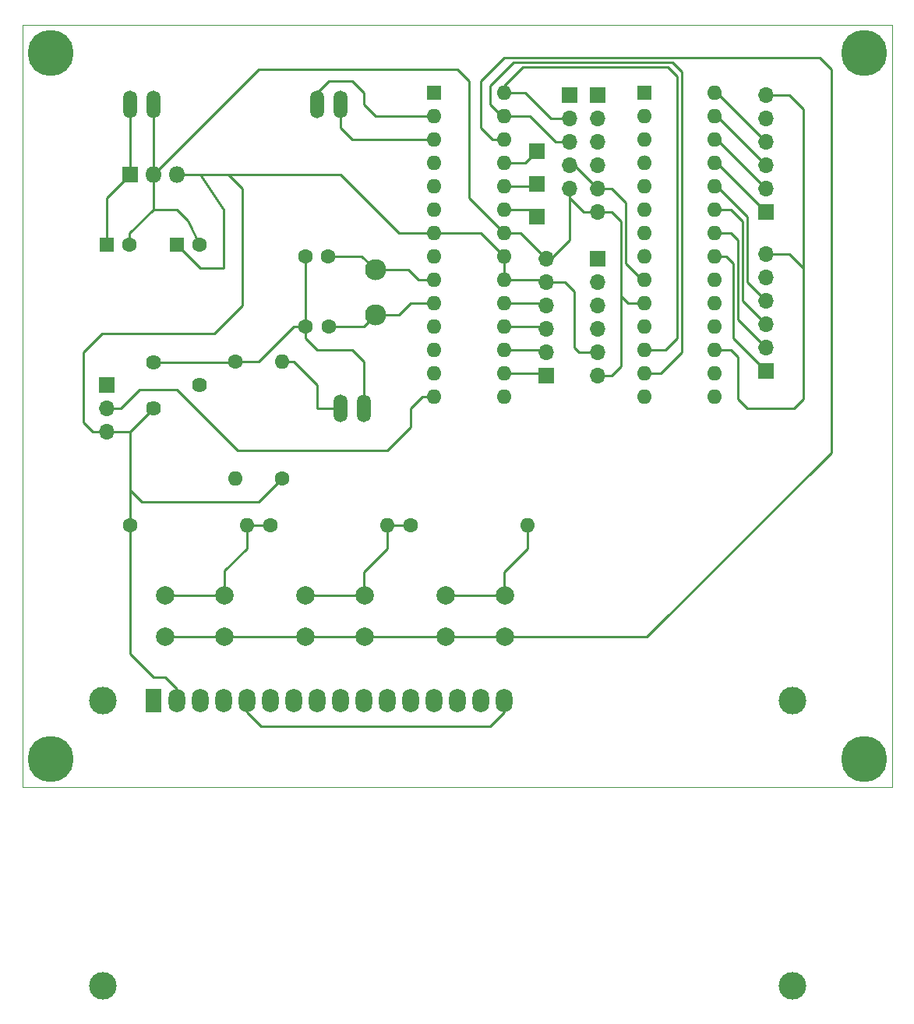
<source format=gbr>
%TF.GenerationSoftware,KiCad,Pcbnew,4.0.7*%
%TF.CreationDate,2018-06-04T18:26:45+03:00*%
%TF.ProjectId,circuit,636972637569742E6B696361645F7063,6*%
%TF.FileFunction,Copper,L2,Bot,Signal*%
%FSLAX46Y46*%
G04 Gerber Fmt 4.6, Leading zero omitted, Abs format (unit mm)*
G04 Created by KiCad (PCBNEW 4.0.7) date 06/04/18 18:26:45*
%MOMM*%
%LPD*%
G01*
G04 APERTURE LIST*
%ADD10C,0.100000*%
%ADD11R,1.600000X1.600000*%
%ADD12O,1.600000X1.600000*%
%ADD13R,1.700000X1.700000*%
%ADD14O,1.700000X1.700000*%
%ADD15C,1.600000*%
%ADD16R,1.800000X2.600000*%
%ADD17O,1.800000X2.600000*%
%ADD18C,3.000000*%
%ADD19O,1.510000X3.010000*%
%ADD20C,2.000000*%
%ADD21R,1.800000X1.800000*%
%ADD22O,1.800000X1.800000*%
%ADD23C,2.300000*%
%ADD24C,1.620000*%
%ADD25C,5.000000*%
%ADD26C,0.250000*%
G04 APERTURE END LIST*
D10*
X16256000Y-97028000D02*
X110744000Y-97028000D01*
X110744000Y-14224000D02*
X16256000Y-14224000D01*
X110744000Y-97028000D02*
X110744000Y-14224000D01*
X16256000Y-97028000D02*
X16256000Y-14224000D01*
D11*
X60960000Y-21590000D03*
D12*
X68580000Y-54610000D03*
X60960000Y-24130000D03*
X68580000Y-52070000D03*
X60960000Y-26670000D03*
X68580000Y-49530000D03*
X60960000Y-29210000D03*
X68580000Y-46990000D03*
X60960000Y-31750000D03*
X68580000Y-44450000D03*
X60960000Y-34290000D03*
X68580000Y-41910000D03*
X60960000Y-36830000D03*
X68580000Y-39370000D03*
X60960000Y-39370000D03*
X68580000Y-36830000D03*
X60960000Y-41910000D03*
X68580000Y-34290000D03*
X60960000Y-44450000D03*
X68580000Y-31750000D03*
X60960000Y-46990000D03*
X68580000Y-29210000D03*
X60960000Y-49530000D03*
X68580000Y-26670000D03*
X60960000Y-52070000D03*
X68580000Y-24130000D03*
X60960000Y-54610000D03*
X68580000Y-21590000D03*
D13*
X73152000Y-52324000D03*
D14*
X73152000Y-49784000D03*
X73152000Y-47244000D03*
X73152000Y-44704000D03*
X73152000Y-42164000D03*
X73152000Y-39624000D03*
D11*
X83820000Y-21590000D03*
D12*
X91440000Y-54610000D03*
X83820000Y-24130000D03*
X91440000Y-52070000D03*
X83820000Y-26670000D03*
X91440000Y-49530000D03*
X83820000Y-29210000D03*
X91440000Y-46990000D03*
X83820000Y-31750000D03*
X91440000Y-44450000D03*
X83820000Y-34290000D03*
X91440000Y-41910000D03*
X83820000Y-36830000D03*
X91440000Y-39370000D03*
X83820000Y-39370000D03*
X91440000Y-36830000D03*
X83820000Y-41910000D03*
X91440000Y-34290000D03*
X83820000Y-44450000D03*
X91440000Y-31750000D03*
X83820000Y-46990000D03*
X91440000Y-29210000D03*
X83820000Y-49530000D03*
X91440000Y-26670000D03*
X83820000Y-52070000D03*
X91440000Y-24130000D03*
X83820000Y-54610000D03*
X91440000Y-21590000D03*
D11*
X25400000Y-38100000D03*
D15*
X27900000Y-38100000D03*
D11*
X33020000Y-38100000D03*
D15*
X35520000Y-38100000D03*
X46990000Y-39370000D03*
X49490000Y-39370000D03*
X49530000Y-46990000D03*
X47030000Y-46990000D03*
D16*
X30480000Y-87630000D03*
D17*
X33020000Y-87630000D03*
X35560000Y-87630000D03*
X38100000Y-87630000D03*
X40640000Y-87630000D03*
X43180000Y-87630000D03*
X45720000Y-87630000D03*
X48260000Y-87630000D03*
X50800000Y-87630000D03*
X53340000Y-87630000D03*
X55880000Y-87630000D03*
X58420000Y-87630000D03*
X60960000Y-87630000D03*
X63500000Y-87630000D03*
X66040000Y-87630000D03*
X68580000Y-87630000D03*
D18*
X24980900Y-87630000D03*
X24980900Y-118630700D03*
X99979480Y-118630700D03*
X99980000Y-87630000D03*
D19*
X27940000Y-22860000D03*
X30480000Y-22860000D03*
X48260000Y-22860000D03*
X50800000Y-22860000D03*
X50800000Y-55880000D03*
X53340000Y-55880000D03*
D15*
X44450000Y-63500000D03*
D12*
X44450000Y-50800000D03*
D15*
X39370000Y-50800000D03*
D12*
X39370000Y-63500000D03*
D15*
X27940000Y-68580000D03*
D12*
X40640000Y-68580000D03*
D15*
X43180000Y-68580000D03*
D12*
X55880000Y-68580000D03*
D15*
X58420000Y-68580000D03*
D12*
X71120000Y-68580000D03*
D20*
X31750000Y-80700000D03*
X31750000Y-76200000D03*
X38250000Y-80700000D03*
X38250000Y-76200000D03*
X46990000Y-80700000D03*
X46990000Y-76200000D03*
X53490000Y-80700000D03*
X53490000Y-76200000D03*
X62230000Y-80700000D03*
X62230000Y-76200000D03*
X68730000Y-80700000D03*
X68730000Y-76200000D03*
D21*
X27940000Y-30480000D03*
D22*
X30480000Y-30480000D03*
X33020000Y-30480000D03*
D23*
X54610000Y-45720000D03*
X54610000Y-40820000D03*
D24*
X30480000Y-50880000D03*
X35480000Y-53380000D03*
X30480000Y-55880000D03*
D25*
X19304000Y-17272000D03*
X107696000Y-17272000D03*
X19304000Y-93980000D03*
X107696000Y-93980000D03*
D13*
X75692000Y-21844000D03*
D14*
X75692000Y-24384000D03*
X75692000Y-26924000D03*
X75692000Y-29464000D03*
X75692000Y-32004000D03*
D13*
X25400000Y-53340000D03*
D14*
X25400000Y-55880000D03*
X25400000Y-58420000D03*
D13*
X78740000Y-21844000D03*
D14*
X78740000Y-24384000D03*
X78740000Y-26924000D03*
X78740000Y-29464000D03*
X78740000Y-32004000D03*
X78740000Y-34544000D03*
D13*
X78740000Y-39624000D03*
D14*
X78740000Y-42164000D03*
X78740000Y-44704000D03*
X78740000Y-47244000D03*
X78740000Y-49784000D03*
X78740000Y-52324000D03*
D13*
X97028000Y-51816000D03*
D14*
X97028000Y-49276000D03*
X97028000Y-46736000D03*
X97028000Y-44196000D03*
X97028000Y-41656000D03*
X97028000Y-39116000D03*
D13*
X97028000Y-34544000D03*
D14*
X97028000Y-32004000D03*
X97028000Y-29464000D03*
X97028000Y-26924000D03*
X97028000Y-24384000D03*
X97028000Y-21844000D03*
D13*
X72136000Y-35052000D03*
X72136000Y-31496000D03*
X72136000Y-27940000D03*
D26*
X25400000Y-38100000D02*
X25400000Y-33020000D01*
X25400000Y-33020000D02*
X27940000Y-30480000D01*
X27940000Y-22860000D02*
X27940000Y-30480000D01*
X101092000Y-40640000D02*
X101092000Y-23368000D01*
X99568000Y-21844000D02*
X97028000Y-21844000D01*
X101092000Y-23368000D02*
X99568000Y-21844000D01*
X91440000Y-49530000D02*
X93218000Y-49530000D01*
X99568000Y-39116000D02*
X97028000Y-39116000D01*
X101092000Y-40640000D02*
X99568000Y-39116000D01*
X101092000Y-54864000D02*
X101092000Y-40640000D01*
X100076000Y-55880000D02*
X101092000Y-54864000D01*
X94996000Y-55880000D02*
X100076000Y-55880000D01*
X93980000Y-54864000D02*
X94996000Y-55880000D01*
X93980000Y-50292000D02*
X93980000Y-54864000D01*
X93218000Y-49530000D02*
X93980000Y-50292000D01*
X75692000Y-32004000D02*
X75692000Y-33020000D01*
X77216000Y-34544000D02*
X78740000Y-34544000D01*
X75692000Y-33020000D02*
X77216000Y-34544000D01*
X78740000Y-52324000D02*
X80264000Y-52324000D01*
X81280000Y-51308000D02*
X81280000Y-43688000D01*
X80264000Y-52324000D02*
X81280000Y-51308000D01*
X78740000Y-34544000D02*
X80264000Y-34544000D01*
X80264000Y-34544000D02*
X81280000Y-35560000D01*
X81280000Y-35560000D02*
X81280000Y-43688000D01*
X82042000Y-44450000D02*
X83820000Y-44450000D01*
X81280000Y-43688000D02*
X82042000Y-44450000D01*
X73152000Y-39624000D02*
X73660000Y-39624000D01*
X73660000Y-39624000D02*
X75692000Y-37592000D01*
X75692000Y-37592000D02*
X75692000Y-32004000D01*
X68580000Y-36830000D02*
X70358000Y-36830000D01*
X70358000Y-36830000D02*
X73152000Y-39624000D01*
X68580000Y-87630000D02*
X68580000Y-88900000D01*
X68580000Y-88900000D02*
X67056000Y-90424000D01*
X42164000Y-90424000D02*
X40640000Y-88900000D01*
X67056000Y-90424000D02*
X42164000Y-90424000D01*
X40640000Y-88900000D02*
X40640000Y-87630000D01*
X39370000Y-50800000D02*
X39370000Y-50800000D01*
X38180000Y-50880000D02*
X30480000Y-50880000D01*
X39370000Y-50800000D02*
X38180000Y-50880000D01*
X47030000Y-46990000D02*
X45720000Y-46990000D01*
X41910000Y-50800000D02*
X39370000Y-50800000D01*
X45720000Y-46990000D02*
X41910000Y-50800000D01*
X47030000Y-46990000D02*
X47030000Y-48300000D01*
X53340000Y-50800000D02*
X53340000Y-55880000D01*
X52070000Y-49530000D02*
X53340000Y-50800000D01*
X48260000Y-49530000D02*
X52070000Y-49530000D01*
X47030000Y-48300000D02*
X48260000Y-49530000D01*
X46990000Y-39370000D02*
X46990000Y-46950000D01*
X46990000Y-46950000D02*
X47030000Y-46990000D01*
X30480000Y-30480000D02*
X36830000Y-24130000D01*
X64770000Y-33020000D02*
X68580000Y-36830000D01*
X64770000Y-20320000D02*
X64770000Y-33020000D01*
X63500000Y-19050000D02*
X64770000Y-20320000D01*
X41910000Y-19050000D02*
X63500000Y-19050000D01*
X36830000Y-24130000D02*
X41910000Y-19050000D01*
X30480000Y-34290000D02*
X33020000Y-34290000D01*
X34250000Y-35520000D02*
X35520000Y-38100000D01*
X33020000Y-34290000D02*
X34250000Y-35520000D01*
X27900000Y-38100000D02*
X27900000Y-36870000D01*
X30480000Y-34290000D02*
X30480000Y-30480000D01*
X27900000Y-36870000D02*
X30480000Y-34290000D01*
X30480000Y-22860000D02*
X30480000Y-30480000D01*
X73152000Y-42164000D02*
X75184000Y-42164000D01*
X75184000Y-42164000D02*
X76200000Y-43180000D01*
X76200000Y-43180000D02*
X76200000Y-49276000D01*
X76200000Y-49276000D02*
X76708000Y-49784000D01*
X76708000Y-49784000D02*
X78740000Y-49784000D01*
X83820000Y-41910000D02*
X83566000Y-41910000D01*
X83566000Y-41910000D02*
X81788000Y-40132000D01*
X80264000Y-32004000D02*
X78740000Y-32004000D01*
X81788000Y-33528000D02*
X80264000Y-32004000D01*
X81788000Y-40132000D02*
X81788000Y-33528000D01*
X75692000Y-29464000D02*
X76200000Y-29464000D01*
X76200000Y-29464000D02*
X78740000Y-32004000D01*
X68580000Y-41910000D02*
X72898000Y-41910000D01*
X72898000Y-41910000D02*
X73152000Y-42164000D01*
X27940000Y-65024000D02*
X27940000Y-58420000D01*
X25400000Y-58420000D02*
X27940000Y-58420000D01*
X27940000Y-58420000D02*
X30480000Y-55880000D01*
X38608000Y-30480000D02*
X40132000Y-32004000D01*
X23876000Y-58420000D02*
X25400000Y-58420000D01*
X22860000Y-57404000D02*
X23876000Y-58420000D01*
X22860000Y-49784000D02*
X22860000Y-57404000D01*
X24892000Y-47752000D02*
X22860000Y-49784000D01*
X37084000Y-47752000D02*
X24892000Y-47752000D01*
X40132000Y-44704000D02*
X37084000Y-47752000D01*
X40132000Y-32004000D02*
X40132000Y-44704000D01*
X44450000Y-63500000D02*
X43180000Y-64770000D01*
X29210000Y-66040000D02*
X27940000Y-64770000D01*
X41910000Y-66040000D02*
X29210000Y-66040000D01*
X43180000Y-64770000D02*
X41910000Y-66040000D01*
X27940000Y-68580000D02*
X27940000Y-82550000D01*
X31750000Y-85090000D02*
X33020000Y-86360000D01*
X30480000Y-85090000D02*
X31750000Y-85090000D01*
X27940000Y-82550000D02*
X30480000Y-85090000D01*
X33020000Y-86360000D02*
X33020000Y-87630000D01*
X27940000Y-66040000D02*
X27940000Y-68580000D01*
X29940000Y-55340000D02*
X30480000Y-55880000D01*
X68580000Y-39370000D02*
X68580000Y-41910000D01*
X60960000Y-36830000D02*
X66040000Y-36830000D01*
X66040000Y-36830000D02*
X68580000Y-39370000D01*
X33020000Y-30480000D02*
X38608000Y-30480000D01*
X38608000Y-30480000D02*
X39370000Y-30480000D01*
X39370000Y-30480000D02*
X48260000Y-30480000D01*
X57150000Y-36830000D02*
X60960000Y-36830000D01*
X50800000Y-30480000D02*
X57150000Y-36830000D01*
X48260000Y-30480000D02*
X50800000Y-30480000D01*
X33020000Y-30480000D02*
X35560000Y-30480000D01*
X34290000Y-39370000D02*
X33020000Y-38100000D01*
X35560000Y-40640000D02*
X34290000Y-39370000D01*
X38100000Y-40640000D02*
X35560000Y-40640000D01*
X38100000Y-34290000D02*
X38100000Y-40640000D01*
X35560000Y-30480000D02*
X38100000Y-34290000D01*
X27940000Y-64770000D02*
X27940000Y-65024000D01*
X27940000Y-65024000D02*
X27940000Y-66040000D01*
X54610000Y-40820000D02*
X58240000Y-40820000D01*
X59330000Y-41910000D02*
X60960000Y-41910000D01*
X58240000Y-40820000D02*
X59330000Y-41910000D01*
X49490000Y-39370000D02*
X53160000Y-39370000D01*
X53160000Y-39370000D02*
X54610000Y-40820000D01*
X54610000Y-45720000D02*
X57150000Y-45720000D01*
X58420000Y-44450000D02*
X60960000Y-44450000D01*
X57150000Y-45720000D02*
X58420000Y-44450000D01*
X49530000Y-46990000D02*
X53340000Y-46990000D01*
X53340000Y-46990000D02*
X54610000Y-45720000D01*
X48260000Y-21590000D02*
X48260000Y-22860000D01*
X49530000Y-20320000D02*
X48260000Y-21590000D01*
X52070000Y-20320000D02*
X49530000Y-20320000D01*
X53340000Y-21590000D02*
X52070000Y-20320000D01*
X53340000Y-22860000D02*
X53340000Y-21590000D01*
X54610000Y-24130000D02*
X53340000Y-22860000D01*
X60960000Y-24130000D02*
X54610000Y-24130000D01*
X50800000Y-22860000D02*
X50800000Y-25400000D01*
X52070000Y-26670000D02*
X60960000Y-26670000D01*
X50800000Y-25400000D02*
X52070000Y-26670000D01*
X68580000Y-34290000D02*
X71374000Y-34290000D01*
X71374000Y-34290000D02*
X72136000Y-35052000D01*
X68580000Y-31750000D02*
X71882000Y-31750000D01*
X71882000Y-31750000D02*
X72136000Y-31496000D01*
X68580000Y-29210000D02*
X70866000Y-29210000D01*
X70866000Y-29210000D02*
X72136000Y-27940000D01*
X44450000Y-50800000D02*
X45720000Y-50800000D01*
X48260000Y-55880000D02*
X50800000Y-55880000D01*
X48260000Y-53340000D02*
X48260000Y-55880000D01*
X45720000Y-50800000D02*
X48260000Y-53340000D01*
X68730000Y-80700000D02*
X84146000Y-80700000D01*
X67310000Y-26670000D02*
X68580000Y-26670000D01*
X66040000Y-25400000D02*
X67310000Y-26670000D01*
X66040000Y-20320000D02*
X66040000Y-25400000D01*
X68580000Y-17780000D02*
X66040000Y-20320000D01*
X102870000Y-17780000D02*
X68580000Y-17780000D01*
X104140000Y-19050000D02*
X102870000Y-17780000D01*
X104140000Y-60706000D02*
X104140000Y-19050000D01*
X84146000Y-80700000D02*
X104140000Y-60706000D01*
X62230000Y-80700000D02*
X68730000Y-80700000D01*
X46990000Y-80700000D02*
X53490000Y-80700000D01*
X31750000Y-80700000D02*
X38250000Y-80700000D01*
X53490000Y-80700000D02*
X62230000Y-80700000D01*
X38250000Y-80700000D02*
X46990000Y-80700000D01*
X31750000Y-76200000D02*
X38250000Y-76200000D01*
X40640000Y-68580000D02*
X43180000Y-68580000D01*
X40640000Y-68580000D02*
X40640000Y-71120000D01*
X38250000Y-73510000D02*
X38250000Y-76200000D01*
X40640000Y-71120000D02*
X38250000Y-73510000D01*
X46990000Y-76200000D02*
X53490000Y-76200000D01*
X55880000Y-68580000D02*
X55880000Y-71120000D01*
X53340000Y-73660000D02*
X53340000Y-76050000D01*
X55880000Y-71120000D02*
X53340000Y-73660000D01*
X53340000Y-76050000D02*
X53490000Y-76200000D01*
X55880000Y-68580000D02*
X58420000Y-68580000D01*
X68730000Y-76200000D02*
X62230000Y-76200000D01*
X71120000Y-68580000D02*
X71120000Y-71120000D01*
X68580000Y-73660000D02*
X68580000Y-76050000D01*
X71120000Y-71120000D02*
X68580000Y-73660000D01*
X68580000Y-76050000D02*
X68730000Y-76200000D01*
X68580000Y-52070000D02*
X72898000Y-52070000D01*
X72898000Y-52070000D02*
X73152000Y-52324000D01*
X68580000Y-49530000D02*
X72898000Y-49530000D01*
X72898000Y-49530000D02*
X73152000Y-49784000D01*
X68850000Y-49800000D02*
X68580000Y-49530000D01*
X68580000Y-46990000D02*
X72898000Y-46990000D01*
X72898000Y-46990000D02*
X73152000Y-47244000D01*
X68580000Y-44450000D02*
X72898000Y-44450000D01*
X72898000Y-44450000D02*
X73152000Y-44704000D01*
X68580000Y-24130000D02*
X71374000Y-24130000D01*
X74168000Y-26924000D02*
X75692000Y-26924000D01*
X71374000Y-24130000D02*
X74168000Y-26924000D01*
X68580000Y-24130000D02*
X68326000Y-24130000D01*
X68326000Y-24130000D02*
X67056000Y-22860000D01*
X85598000Y-52070000D02*
X83820000Y-52070000D01*
X87884000Y-49784000D02*
X85598000Y-52070000D01*
X87884000Y-19304000D02*
X87884000Y-49784000D01*
X86868000Y-18288000D02*
X87884000Y-19304000D01*
X69596000Y-18288000D02*
X86868000Y-18288000D01*
X67056000Y-20828000D02*
X69596000Y-18288000D01*
X67056000Y-22860000D02*
X67056000Y-20828000D01*
X25400000Y-55880000D02*
X26924000Y-55880000D01*
X59690000Y-54610000D02*
X60960000Y-54610000D01*
X58420000Y-55880000D02*
X59690000Y-54610000D01*
X58420000Y-57912000D02*
X58420000Y-55880000D01*
X55880000Y-60452000D02*
X58420000Y-57912000D01*
X39624000Y-60452000D02*
X55880000Y-60452000D01*
X33020000Y-53848000D02*
X39624000Y-60452000D01*
X28956000Y-53848000D02*
X33020000Y-53848000D01*
X26924000Y-55880000D02*
X28956000Y-53848000D01*
X24860000Y-55880000D02*
X25400000Y-55340000D01*
X68580000Y-21590000D02*
X70866000Y-21590000D01*
X73660000Y-24384000D02*
X75692000Y-24384000D01*
X70866000Y-21590000D02*
X73660000Y-24384000D01*
X68580000Y-21590000D02*
X68580000Y-20828000D01*
X68580000Y-20828000D02*
X70612000Y-18796000D01*
X86106000Y-49530000D02*
X83820000Y-49530000D01*
X87376000Y-48260000D02*
X86106000Y-49530000D01*
X87376000Y-19812000D02*
X87376000Y-48260000D01*
X86360000Y-18796000D02*
X87376000Y-19812000D01*
X85852000Y-18796000D02*
X86360000Y-18796000D01*
X70612000Y-18796000D02*
X85852000Y-18796000D01*
X83820000Y-26670000D02*
X83820000Y-26416000D01*
X83820000Y-29210000D02*
X83820000Y-28448000D01*
X83820000Y-36830000D02*
X83566000Y-36830000D01*
X91440000Y-39370000D02*
X92710000Y-39370000D01*
X93472000Y-48260000D02*
X97028000Y-51816000D01*
X93472000Y-40132000D02*
X93472000Y-48260000D01*
X92710000Y-39370000D02*
X93472000Y-40132000D01*
X83820000Y-39370000D02*
X83820000Y-38608000D01*
X91440000Y-36830000D02*
X93218000Y-36830000D01*
X93980000Y-46228000D02*
X97028000Y-49276000D01*
X93980000Y-37592000D02*
X93980000Y-46228000D01*
X93218000Y-36830000D02*
X93980000Y-37592000D01*
X91440000Y-34290000D02*
X93218000Y-34290000D01*
X94488000Y-44196000D02*
X97028000Y-46736000D01*
X94488000Y-35560000D02*
X94488000Y-44196000D01*
X93218000Y-34290000D02*
X94488000Y-35560000D01*
X91440000Y-31750000D02*
X91694000Y-31750000D01*
X91694000Y-31750000D02*
X94996000Y-35052000D01*
X94996000Y-35052000D02*
X94996000Y-42164000D01*
X94996000Y-42164000D02*
X97028000Y-44196000D01*
X91440000Y-29210000D02*
X91694000Y-29210000D01*
X91694000Y-29210000D02*
X97028000Y-34544000D01*
X91440000Y-26670000D02*
X91694000Y-26670000D01*
X91694000Y-26670000D02*
X97028000Y-32004000D01*
X91710000Y-26940000D02*
X91440000Y-26670000D01*
X91440000Y-24130000D02*
X91694000Y-24130000D01*
X91694000Y-24130000D02*
X97028000Y-29464000D01*
X91440000Y-21590000D02*
X91694000Y-21590000D01*
X91694000Y-21590000D02*
X97028000Y-26924000D01*
M02*

</source>
